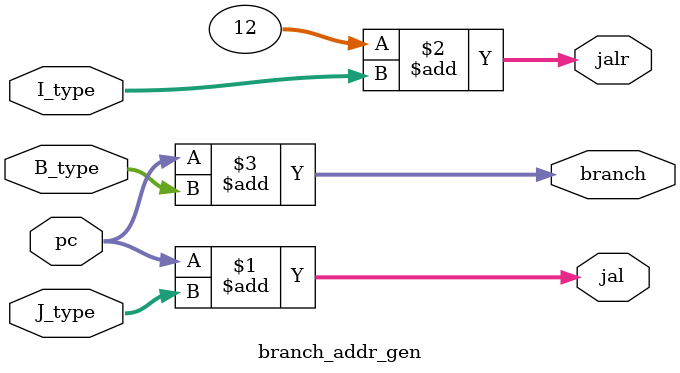
<source format=v>
`timescale 1ns / 1ps

/*
  Generates new PC addresses for jal, jalr, and branch
  instructions given the immediate values for I, J, B-type
  instructions, and the current PC value.
*/
module branch_addr_gen(
    input [31:0] I_type, J_type, B_type, pc,
    output [31:0] jal, jalr, branch
    );
    
    parameter rs = 32'h0000_000C; // Source reg for jalr, hardcoded for now
    
    // Assign addresses
    assign jal = pc + J_type;
    assign jalr = rs + I_type;
    assign branch = pc + B_type;
    
endmodule

</source>
